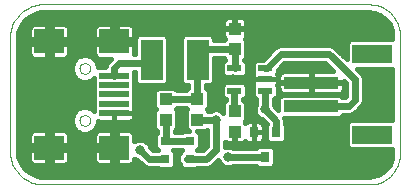
<source format=gtl>
G75*
G70*
%OFA0B0*%
%FSLAX24Y24*%
%IPPOS*%
%LPD*%
%AMOC8*
5,1,8,0,0,1.08239X$1,22.5*
%
%ADD10C,0.0000*%
%ADD11R,0.0472X0.0217*%
%ADD12R,0.0315X0.0354*%
%ADD13R,0.0394X0.0433*%
%ADD14R,0.1811X0.0394*%
%ADD15R,0.1339X0.0630*%
%ADD16R,0.0984X0.0197*%
%ADD17R,0.0984X0.0787*%
%ADD18R,0.0748X0.1339*%
%ADD19R,0.0300X0.0300*%
%ADD20C,0.0160*%
%ADD21C,0.0317*%
%ADD22C,0.0240*%
%ADD23C,0.0180*%
%ADD24C,0.0220*%
%ADD25C,0.0200*%
D10*
X001181Y000181D02*
X012181Y000181D01*
X012241Y000183D01*
X012302Y000188D01*
X012361Y000197D01*
X012420Y000210D01*
X012479Y000226D01*
X012536Y000246D01*
X012591Y000269D01*
X012646Y000296D01*
X012698Y000325D01*
X012749Y000358D01*
X012798Y000394D01*
X012844Y000432D01*
X012888Y000474D01*
X012930Y000518D01*
X012968Y000564D01*
X013004Y000613D01*
X013037Y000664D01*
X013066Y000716D01*
X013093Y000771D01*
X013116Y000826D01*
X013136Y000883D01*
X013152Y000942D01*
X013165Y001001D01*
X013174Y001060D01*
X013179Y001121D01*
X013181Y001181D01*
X013181Y005181D01*
X013179Y005241D01*
X013174Y005302D01*
X013165Y005361D01*
X013152Y005420D01*
X013136Y005479D01*
X013116Y005536D01*
X013093Y005591D01*
X013066Y005646D01*
X013037Y005698D01*
X013004Y005749D01*
X012968Y005798D01*
X012930Y005844D01*
X012888Y005888D01*
X012844Y005930D01*
X012798Y005968D01*
X012749Y006004D01*
X012698Y006037D01*
X012646Y006066D01*
X012591Y006093D01*
X012536Y006116D01*
X012479Y006136D01*
X012420Y006152D01*
X012361Y006165D01*
X012302Y006174D01*
X012241Y006179D01*
X012181Y006181D01*
X001181Y006181D01*
X000181Y005181D02*
X000181Y001181D01*
X000192Y001116D01*
X000207Y001052D01*
X000225Y000989D01*
X000247Y000926D01*
X000272Y000865D01*
X000301Y000806D01*
X000333Y000748D01*
X000368Y000692D01*
X000406Y000639D01*
X000447Y000587D01*
X000491Y000538D01*
X000538Y000491D01*
X000587Y000447D01*
X000639Y000406D01*
X000692Y000368D01*
X000748Y000333D01*
X000806Y000301D01*
X000865Y000272D01*
X000926Y000247D01*
X000989Y000225D01*
X001052Y000207D01*
X001116Y000192D01*
X001181Y000181D01*
X002504Y002315D02*
X002506Y002341D01*
X002512Y002367D01*
X002522Y002392D01*
X002535Y002415D01*
X002551Y002435D01*
X002571Y002453D01*
X002593Y002468D01*
X002616Y002480D01*
X002642Y002488D01*
X002668Y002492D01*
X002694Y002492D01*
X002720Y002488D01*
X002746Y002480D01*
X002770Y002468D01*
X002791Y002453D01*
X002811Y002435D01*
X002827Y002415D01*
X002840Y002392D01*
X002850Y002367D01*
X002856Y002341D01*
X002858Y002315D01*
X002856Y002289D01*
X002850Y002263D01*
X002840Y002238D01*
X002827Y002215D01*
X002811Y002195D01*
X002791Y002177D01*
X002769Y002162D01*
X002746Y002150D01*
X002720Y002142D01*
X002694Y002138D01*
X002668Y002138D01*
X002642Y002142D01*
X002616Y002150D01*
X002592Y002162D01*
X002571Y002177D01*
X002551Y002195D01*
X002535Y002215D01*
X002522Y002238D01*
X002512Y002263D01*
X002506Y002289D01*
X002504Y002315D01*
X002504Y004048D02*
X002506Y004074D01*
X002512Y004100D01*
X002522Y004125D01*
X002535Y004148D01*
X002551Y004168D01*
X002571Y004186D01*
X002593Y004201D01*
X002616Y004213D01*
X002642Y004221D01*
X002668Y004225D01*
X002694Y004225D01*
X002720Y004221D01*
X002746Y004213D01*
X002770Y004201D01*
X002791Y004186D01*
X002811Y004168D01*
X002827Y004148D01*
X002840Y004125D01*
X002850Y004100D01*
X002856Y004074D01*
X002858Y004048D01*
X002856Y004022D01*
X002850Y003996D01*
X002840Y003971D01*
X002827Y003948D01*
X002811Y003928D01*
X002791Y003910D01*
X002769Y003895D01*
X002746Y003883D01*
X002720Y003875D01*
X002694Y003871D01*
X002668Y003871D01*
X002642Y003875D01*
X002616Y003883D01*
X002592Y003895D01*
X002571Y003910D01*
X002551Y003928D01*
X002535Y003948D01*
X002522Y003971D01*
X002512Y003996D01*
X002506Y004022D01*
X002504Y004048D01*
X001181Y006182D02*
X001116Y006171D01*
X001052Y006156D01*
X000989Y006138D01*
X000926Y006116D01*
X000865Y006091D01*
X000806Y006062D01*
X000748Y006030D01*
X000692Y005995D01*
X000639Y005957D01*
X000587Y005916D01*
X000538Y005872D01*
X000491Y005825D01*
X000447Y005776D01*
X000406Y005724D01*
X000368Y005671D01*
X000333Y005615D01*
X000301Y005557D01*
X000272Y005498D01*
X000247Y005437D01*
X000225Y005374D01*
X000207Y005311D01*
X000192Y005247D01*
X000181Y005182D01*
D11*
X007670Y004055D03*
X008693Y004055D03*
X008693Y003681D03*
X008693Y003307D03*
X007670Y003307D03*
D12*
X008307Y001925D03*
X009055Y001925D03*
X008681Y001098D03*
D13*
X007681Y001947D03*
X006431Y002347D03*
X005381Y002347D03*
X005381Y003016D03*
X006431Y003016D03*
X007681Y002616D03*
X007681Y004697D03*
X007681Y005366D03*
D14*
X010225Y003575D03*
X010225Y002788D03*
D15*
X012272Y001843D03*
X012272Y004520D03*
D16*
X003666Y003811D03*
X003666Y003496D03*
X003666Y003181D03*
X003666Y002866D03*
X003666Y002551D03*
D17*
X003666Y001410D03*
X001500Y001410D03*
X001500Y004953D03*
X003666Y004953D03*
D18*
X004914Y004331D03*
X006449Y004331D03*
D19*
X006181Y001638D03*
X005369Y001638D03*
X005369Y001038D03*
X006181Y001038D03*
D20*
X001018Y000499D02*
X012445Y000499D01*
X012517Y000522D02*
X012297Y000450D01*
X012181Y000441D01*
X012154Y000441D01*
X012130Y000441D01*
X001206Y000441D01*
X001103Y000463D01*
X000885Y000555D01*
X000699Y000699D01*
X000555Y000885D01*
X000463Y001103D01*
X000441Y001206D01*
X000441Y005157D01*
X000463Y005260D01*
X000555Y005477D01*
X000699Y005664D01*
X000885Y005808D01*
X001103Y005900D01*
X001206Y005921D01*
X012181Y005921D01*
X012297Y005912D01*
X012517Y005841D01*
X012705Y005705D01*
X012841Y005517D01*
X012912Y005297D01*
X012921Y005181D01*
X012921Y005142D01*
X012921Y005130D01*
X012921Y005015D01*
X011528Y005015D01*
X011423Y004909D01*
X011423Y004348D01*
X011016Y004740D01*
X010976Y004779D01*
X010974Y004781D01*
X010972Y004783D01*
X010918Y004803D01*
X010866Y004825D01*
X010863Y004825D01*
X010861Y004826D01*
X010804Y004825D01*
X009153Y004825D01*
X009043Y004779D01*
X009042Y004779D02*
X008058Y004779D01*
X008058Y004938D02*
X011451Y004938D01*
X011423Y004779D02*
X010977Y004779D01*
X011140Y004621D02*
X011423Y004621D01*
X011423Y004462D02*
X011304Y004462D01*
X010969Y003952D02*
X010685Y004225D01*
X009337Y004225D01*
X009109Y003998D01*
X009109Y003873D01*
X009097Y003860D01*
X009097Y003859D01*
X009109Y003813D01*
X009109Y003682D01*
X008694Y003682D01*
X008694Y003681D01*
X009109Y003681D01*
X009109Y003549D01*
X009097Y003504D01*
X009097Y003503D01*
X009109Y003490D01*
X009109Y003125D01*
X009004Y003019D01*
X008981Y003019D01*
X008981Y002842D01*
X009007Y002780D01*
X009139Y002648D01*
X009139Y003059D01*
X009245Y003165D01*
X011205Y003165D01*
X011263Y003106D01*
X011370Y003106D01*
X011381Y003118D01*
X011381Y003554D01*
X011310Y003623D01*
X011310Y003594D01*
X010243Y003594D01*
X010206Y003594D01*
X010206Y003952D01*
X009295Y003952D01*
X009250Y003940D01*
X009209Y003916D01*
X009175Y003882D01*
X009151Y003841D01*
X009139Y003796D01*
X009139Y003594D01*
X010206Y003594D01*
X010206Y003557D01*
X009139Y003557D01*
X009139Y003355D01*
X009151Y003309D01*
X009175Y003268D01*
X009209Y003234D01*
X009250Y003211D01*
X009295Y003198D01*
X010206Y003198D01*
X010206Y003556D01*
X010243Y003556D01*
X010243Y003198D01*
X011154Y003198D01*
X011200Y003211D01*
X011241Y003234D01*
X011274Y003268D01*
X011298Y003309D01*
X011310Y003355D01*
X011310Y003557D01*
X010243Y003557D01*
X010243Y003594D01*
X010243Y003952D01*
X010969Y003952D01*
X010933Y003986D02*
X009109Y003986D01*
X009106Y003828D02*
X009148Y003828D01*
X009139Y003669D02*
X009109Y003669D01*
X009099Y003511D02*
X009139Y003511D01*
X009140Y003352D02*
X009109Y003352D01*
X009109Y003194D02*
X011381Y003194D01*
X011381Y003352D02*
X011310Y003352D01*
X011310Y003511D02*
X011381Y003511D01*
X011981Y003511D02*
X012921Y003511D01*
X012921Y003669D02*
X011982Y003669D01*
X011981Y003684D02*
X011981Y003741D01*
X011980Y003744D01*
X011980Y003747D01*
X011958Y003798D01*
X011936Y003851D01*
X011934Y003853D01*
X011933Y003856D01*
X011892Y003895D01*
X011851Y003936D01*
X011849Y003937D01*
X011757Y004025D01*
X012921Y004025D01*
X012921Y002338D01*
X011528Y002338D01*
X011423Y002232D01*
X011423Y001453D01*
X011528Y001348D01*
X012921Y001348D01*
X012921Y001181D01*
X012912Y001066D01*
X012841Y000845D01*
X012705Y000658D01*
X012517Y000522D01*
X012703Y000657D02*
X000752Y000657D01*
X000608Y000816D02*
X004623Y000816D01*
X004655Y000783D02*
X004765Y000738D01*
X004885Y000738D01*
X005114Y000738D01*
X005144Y000708D01*
X005593Y000708D01*
X005699Y000813D01*
X005699Y001262D01*
X005623Y001338D01*
X005927Y001338D01*
X005851Y001262D01*
X005851Y001223D01*
X005835Y001206D01*
X005789Y001096D01*
X005789Y000976D01*
X005835Y000866D01*
X005851Y000850D01*
X005851Y000813D01*
X005957Y000708D01*
X006406Y000708D01*
X006434Y000736D01*
X006676Y000736D01*
X006796Y000736D01*
X006906Y000782D01*
X007134Y001010D01*
X007177Y000906D01*
X007273Y000811D01*
X007397Y000760D01*
X007532Y000760D01*
X007625Y000798D01*
X008392Y000798D01*
X008449Y000741D01*
X008913Y000741D01*
X009019Y000847D01*
X009019Y001350D01*
X008913Y001455D01*
X008449Y001455D01*
X008392Y001398D01*
X007625Y001398D01*
X007532Y001437D01*
X007397Y001437D01*
X007347Y001416D01*
X007347Y001614D01*
X007374Y001586D01*
X007415Y001563D01*
X007461Y001550D01*
X007663Y001550D01*
X007663Y001928D01*
X007700Y001928D01*
X007700Y001550D01*
X007902Y001550D01*
X007948Y001563D01*
X007989Y001586D01*
X008022Y001620D01*
X008023Y001621D01*
X008039Y001604D01*
X008080Y001580D01*
X008126Y001568D01*
X008307Y001568D01*
X008307Y001925D01*
X008308Y001925D01*
X008308Y001925D01*
X008645Y001925D01*
X008645Y001724D01*
X008633Y001678D01*
X008609Y001637D01*
X008575Y001604D01*
X008534Y001580D01*
X008489Y001568D01*
X008308Y001568D01*
X008308Y001925D01*
X008645Y001925D01*
X008645Y002126D01*
X008633Y002172D01*
X008609Y002213D01*
X008575Y002246D01*
X008534Y002270D01*
X008489Y002282D01*
X008308Y002282D01*
X008308Y001926D01*
X008307Y001926D01*
X008307Y002282D01*
X008126Y002282D01*
X008080Y002270D01*
X008039Y002246D01*
X008039Y002245D01*
X008022Y002274D01*
X008015Y002281D01*
X008058Y002325D01*
X008058Y002907D01*
X007960Y003006D01*
X007960Y003019D01*
X007980Y003019D01*
X008086Y003125D01*
X008086Y003490D01*
X007980Y003596D01*
X007731Y003596D01*
X007727Y003597D01*
X007612Y003597D01*
X007608Y003596D01*
X007359Y003596D01*
X007253Y003490D01*
X007253Y003125D01*
X007359Y003019D01*
X007380Y003019D01*
X007380Y002982D01*
X007305Y002907D01*
X007305Y002568D01*
X007239Y002634D01*
X007114Y002685D01*
X006979Y002685D01*
X006886Y002647D01*
X006799Y002647D01*
X006765Y002681D01*
X006808Y002725D01*
X006808Y003307D01*
X006731Y003384D01*
X006731Y003482D01*
X006898Y003482D01*
X007003Y003588D01*
X007003Y004397D01*
X007313Y004397D01*
X007367Y004344D01*
X007359Y004344D01*
X007253Y004238D01*
X007253Y003873D01*
X007359Y003767D01*
X007980Y003767D01*
X008086Y003873D01*
X008086Y004238D01*
X007988Y004336D01*
X008058Y004406D01*
X008058Y004988D01*
X008015Y005031D01*
X008022Y005039D01*
X008046Y005080D01*
X008058Y005126D01*
X008058Y005348D01*
X007700Y005348D01*
X007700Y005384D01*
X008058Y005384D01*
X008058Y005606D01*
X008046Y005652D01*
X008022Y005693D01*
X007989Y005727D01*
X007948Y005750D01*
X007902Y005763D01*
X007700Y005763D01*
X007700Y005385D01*
X007663Y005385D01*
X007663Y005763D01*
X007461Y005763D01*
X007415Y005750D01*
X007374Y005727D01*
X007341Y005693D01*
X007317Y005652D01*
X007305Y005606D01*
X007305Y005384D01*
X007663Y005384D01*
X007663Y005348D01*
X007305Y005348D01*
X007305Y005126D01*
X007317Y005080D01*
X007341Y005039D01*
X007348Y005031D01*
X007313Y004997D01*
X007003Y004997D01*
X007003Y005075D01*
X006898Y005181D01*
X006001Y005181D01*
X005895Y005075D01*
X005895Y003588D01*
X006001Y003482D01*
X006131Y003482D01*
X006131Y003384D01*
X006064Y003316D01*
X005749Y003316D01*
X005653Y003413D01*
X005110Y003413D01*
X005005Y003307D01*
X005005Y002725D01*
X005048Y002681D01*
X005005Y002638D01*
X005005Y002056D01*
X005081Y001979D01*
X005081Y001905D01*
X005039Y001862D01*
X005039Y001413D01*
X005114Y001338D01*
X004949Y001338D01*
X004857Y001430D01*
X004819Y001523D01*
X004723Y001619D01*
X004599Y001670D01*
X004464Y001670D01*
X004340Y001619D01*
X004338Y001617D01*
X004338Y001827D01*
X004325Y001873D01*
X004302Y001914D01*
X004268Y001947D01*
X004227Y001971D01*
X004181Y001983D01*
X003746Y001983D01*
X003746Y001490D01*
X003586Y001490D01*
X003586Y001983D01*
X003150Y001983D01*
X003104Y001971D01*
X003063Y001947D01*
X003029Y001914D01*
X003006Y001873D01*
X002994Y001827D01*
X002994Y001490D01*
X003586Y001490D01*
X003586Y001330D01*
X003746Y001330D01*
X003746Y000836D01*
X004181Y000836D01*
X004227Y000848D01*
X004268Y000872D01*
X004302Y000906D01*
X004325Y000947D01*
X004338Y000992D01*
X004338Y001046D01*
X004340Y001044D01*
X004433Y001006D01*
X004655Y000783D01*
X004464Y000974D02*
X004333Y000974D01*
X003746Y000974D02*
X003586Y000974D01*
X003586Y000836D02*
X003586Y001330D01*
X002994Y001330D01*
X002994Y000992D01*
X003006Y000947D01*
X003029Y000906D01*
X003063Y000872D01*
X003104Y000848D01*
X003150Y000836D01*
X003586Y000836D01*
X003586Y001133D02*
X003746Y001133D01*
X003746Y001291D02*
X003586Y001291D01*
X003586Y001450D02*
X001580Y001450D01*
X001580Y001490D02*
X002172Y001490D01*
X002172Y001827D01*
X002160Y001873D01*
X002136Y001914D01*
X002103Y001947D01*
X002062Y001971D01*
X002016Y001983D01*
X001580Y001983D01*
X001580Y001490D01*
X001420Y001490D01*
X001420Y001330D01*
X000828Y001330D01*
X000828Y000992D01*
X000840Y000947D01*
X000864Y000906D01*
X000898Y000872D01*
X000939Y000848D01*
X000984Y000836D01*
X001420Y000836D01*
X001420Y001330D01*
X001580Y001330D01*
X001580Y000836D01*
X002016Y000836D01*
X002062Y000848D01*
X002103Y000872D01*
X002136Y000906D01*
X002160Y000947D01*
X002172Y000992D01*
X002172Y001330D01*
X001580Y001330D01*
X001580Y001490D01*
X001420Y001490D02*
X001420Y001983D01*
X000984Y001983D01*
X000939Y001971D01*
X000898Y001947D01*
X000864Y001914D01*
X000840Y001873D01*
X000828Y001827D01*
X000828Y001490D01*
X001420Y001490D01*
X001420Y001450D02*
X000441Y001450D01*
X000441Y001291D02*
X000828Y001291D01*
X000828Y001133D02*
X000457Y001133D01*
X000517Y000974D02*
X000833Y000974D01*
X001420Y000974D02*
X001580Y000974D01*
X001580Y001133D02*
X001420Y001133D01*
X001420Y001291D02*
X001580Y001291D01*
X001580Y001608D02*
X001420Y001608D01*
X001420Y001767D02*
X001580Y001767D01*
X001580Y001925D02*
X001420Y001925D01*
X000876Y001925D02*
X000441Y001925D01*
X000441Y002084D02*
X002304Y002084D01*
X002311Y002068D02*
X002434Y001945D01*
X002594Y001878D01*
X002768Y001878D01*
X002929Y001945D01*
X003052Y002068D01*
X003119Y002228D01*
X003119Y002281D01*
X003150Y002273D01*
X003665Y002273D01*
X003665Y002551D01*
X003666Y002551D01*
X003666Y002273D01*
X004181Y002273D01*
X004227Y002285D01*
X004268Y002309D01*
X004302Y002343D01*
X004325Y002384D01*
X004338Y002429D01*
X004338Y002551D01*
X003666Y002551D01*
X003666Y002552D01*
X004338Y002552D01*
X004338Y002674D01*
X004334Y002689D01*
X004338Y002693D01*
X004338Y003008D01*
X004338Y003323D01*
X004338Y003669D01*
X004360Y003669D01*
X004338Y003669D02*
X004338Y003931D01*
X004360Y003931D01*
X004360Y003588D01*
X004465Y003482D01*
X005362Y003482D01*
X005468Y003588D01*
X005468Y005075D01*
X005362Y005181D01*
X004465Y005181D01*
X004360Y005075D01*
X004360Y004531D01*
X004337Y004531D01*
X004338Y004536D01*
X004338Y004873D01*
X003746Y004873D01*
X003746Y005033D01*
X004338Y005033D01*
X004338Y005370D01*
X004325Y005416D01*
X004302Y005457D01*
X004268Y005491D01*
X004227Y005514D01*
X004181Y005527D01*
X003746Y005527D01*
X003746Y005033D01*
X003586Y005033D01*
X003586Y005527D01*
X003150Y005527D01*
X003104Y005514D01*
X003063Y005491D01*
X003029Y005457D01*
X003006Y005416D01*
X002994Y005370D01*
X002994Y005033D01*
X003586Y005033D01*
X003586Y004873D01*
X002994Y004873D01*
X002994Y004536D01*
X003006Y004490D01*
X003029Y004449D01*
X003063Y004415D01*
X003104Y004392D01*
X003150Y004379D01*
X003555Y004379D01*
X003411Y004236D01*
X003366Y004125D01*
X003366Y004090D01*
X003119Y004090D01*
X003119Y004135D01*
X003052Y004295D01*
X002929Y004418D01*
X002768Y004485D01*
X002594Y004485D01*
X002434Y004418D01*
X002311Y004295D01*
X002244Y004135D01*
X002244Y003961D01*
X002311Y003800D01*
X002434Y003677D01*
X002594Y003610D01*
X002768Y003610D01*
X002929Y003677D01*
X002994Y003741D01*
X002994Y003669D01*
X002994Y003323D01*
X002994Y003008D01*
X002994Y002693D01*
X002998Y002689D01*
X002994Y002674D01*
X002994Y002621D01*
X002929Y002686D01*
X002768Y002752D01*
X002594Y002752D01*
X002434Y002686D01*
X002311Y002563D01*
X002244Y002402D01*
X002244Y002228D01*
X002311Y002068D01*
X002480Y001925D02*
X002125Y001925D01*
X002172Y001767D02*
X002994Y001767D01*
X002994Y001608D02*
X002172Y001608D01*
X002172Y001291D02*
X002994Y001291D01*
X002994Y001133D02*
X002172Y001133D01*
X002167Y000974D02*
X002998Y000974D01*
X003586Y001608D02*
X003746Y001608D01*
X003746Y001767D02*
X003586Y001767D01*
X003586Y001925D02*
X003746Y001925D01*
X004290Y001925D02*
X005081Y001925D01*
X005005Y002084D02*
X003059Y002084D01*
X003041Y001925D02*
X002883Y001925D01*
X003119Y002242D02*
X005005Y002242D01*
X005005Y002401D02*
X004330Y002401D01*
X004338Y002560D02*
X005005Y002560D01*
X005011Y002718D02*
X004338Y002718D01*
X004338Y002877D02*
X005005Y002877D01*
X005005Y003035D02*
X004338Y003035D01*
X004338Y003194D02*
X005005Y003194D01*
X005050Y003352D02*
X004338Y003352D01*
X004338Y003511D02*
X004436Y003511D01*
X004360Y003828D02*
X004338Y003828D01*
X003479Y004304D02*
X003044Y004304D01*
X003114Y004145D02*
X003374Y004145D01*
X003022Y004462D02*
X002823Y004462D01*
X002994Y004621D02*
X002172Y004621D01*
X002172Y004536D02*
X002172Y004873D01*
X001580Y004873D01*
X001580Y004379D01*
X002016Y004379D01*
X002062Y004392D01*
X002103Y004415D01*
X002136Y004449D01*
X002160Y004490D01*
X002172Y004536D01*
X002144Y004462D02*
X002540Y004462D01*
X002319Y004304D02*
X000441Y004304D01*
X000441Y004145D02*
X002249Y004145D01*
X002244Y003986D02*
X000441Y003986D01*
X000441Y003828D02*
X002299Y003828D01*
X002452Y003669D02*
X000441Y003669D01*
X000441Y003511D02*
X002994Y003511D01*
X002994Y003669D02*
X002911Y003669D01*
X002994Y003352D02*
X000441Y003352D01*
X000441Y003194D02*
X002994Y003194D01*
X002994Y003035D02*
X000441Y003035D01*
X000441Y002877D02*
X002994Y002877D01*
X002994Y002718D02*
X002851Y002718D01*
X002512Y002718D02*
X000441Y002718D01*
X000441Y002560D02*
X002309Y002560D01*
X002244Y002401D02*
X000441Y002401D01*
X000441Y002242D02*
X002244Y002242D01*
X000828Y001767D02*
X000441Y001767D01*
X000441Y001608D02*
X000828Y001608D01*
X003665Y002401D02*
X003666Y002401D01*
X004338Y001767D02*
X005039Y001767D01*
X005039Y001608D02*
X004734Y001608D01*
X004849Y001450D02*
X005039Y001450D01*
X005369Y001638D02*
X005381Y001650D01*
X005623Y001338D02*
X005623Y001338D01*
X005670Y001291D02*
X005880Y001291D01*
X005804Y001133D02*
X005699Y001133D01*
X005699Y000974D02*
X005790Y000974D01*
X006089Y001036D02*
X006181Y001038D01*
X006437Y001336D02*
X006436Y001338D01*
X006511Y001413D01*
X006511Y001862D01*
X006423Y001950D01*
X006703Y001950D01*
X006747Y001994D01*
X006747Y001471D01*
X006612Y001336D01*
X006437Y001336D01*
X006511Y001450D02*
X006726Y001450D01*
X006747Y001608D02*
X006511Y001608D01*
X006511Y001767D02*
X006747Y001767D01*
X006747Y001925D02*
X006448Y001925D01*
X006143Y001968D02*
X005957Y001968D01*
X005927Y001938D01*
X005681Y001938D01*
X005681Y001979D01*
X005758Y002056D01*
X005758Y002638D01*
X005715Y002681D01*
X005749Y002716D01*
X006064Y002716D01*
X006098Y002681D01*
X006055Y002638D01*
X006055Y002056D01*
X006143Y001968D01*
X006055Y002084D02*
X005758Y002084D01*
X005758Y002242D02*
X006055Y002242D01*
X006055Y002401D02*
X005758Y002401D01*
X005758Y002560D02*
X006055Y002560D01*
X006801Y002718D02*
X007305Y002718D01*
X007305Y002877D02*
X006808Y002877D01*
X006808Y003035D02*
X007343Y003035D01*
X007253Y003194D02*
X006808Y003194D01*
X006763Y003352D02*
X007253Y003352D01*
X007274Y003511D02*
X006926Y003511D01*
X007003Y003669D02*
X008277Y003669D01*
X008277Y003681D02*
X008277Y003549D01*
X008289Y003504D01*
X008290Y003503D01*
X008277Y003490D01*
X008277Y003125D01*
X008381Y003020D01*
X008381Y002842D01*
X008343Y002749D01*
X008343Y002614D01*
X008394Y002490D01*
X008490Y002394D01*
X008583Y002356D01*
X008740Y002199D01*
X008718Y002177D01*
X008718Y001673D01*
X008823Y001568D01*
X009287Y001568D01*
X009393Y001673D01*
X009393Y002177D01*
X009355Y002214D01*
X009355Y002248D01*
X009355Y002367D01*
X009337Y002411D01*
X011205Y002411D01*
X011300Y002506D01*
X011554Y002506D01*
X011664Y002552D01*
X011748Y002636D01*
X011936Y002824D01*
X011981Y002934D01*
X011981Y003054D01*
X011981Y003625D01*
X011982Y003627D01*
X011981Y003684D01*
X011945Y003828D02*
X012921Y003828D01*
X012921Y003986D02*
X011797Y003986D01*
X010768Y004145D02*
X009257Y004145D01*
X008725Y004462D02*
X008058Y004462D01*
X008058Y004621D02*
X008884Y004621D01*
X009034Y004771D02*
X008608Y004345D01*
X008605Y004344D01*
X008382Y004344D01*
X008277Y004238D01*
X008277Y003873D01*
X008290Y003860D01*
X008289Y003859D01*
X008277Y003813D01*
X008277Y003682D01*
X008693Y003682D01*
X008693Y003681D01*
X008277Y003681D01*
X008287Y003511D02*
X008065Y003511D01*
X008086Y003352D02*
X008277Y003352D01*
X008277Y003194D02*
X008086Y003194D01*
X007996Y003035D02*
X008366Y003035D01*
X008381Y002877D02*
X008058Y002877D01*
X008058Y002718D02*
X008343Y002718D01*
X008365Y002560D02*
X008058Y002560D01*
X008058Y002401D02*
X008483Y002401D01*
X008579Y002242D02*
X008696Y002242D01*
X008718Y002084D02*
X008645Y002084D01*
X008645Y001925D02*
X008718Y001925D01*
X008718Y001767D02*
X008645Y001767D01*
X008580Y001608D02*
X008783Y001608D01*
X008919Y001450D02*
X011426Y001450D01*
X011423Y001608D02*
X009328Y001608D01*
X009393Y001767D02*
X011423Y001767D01*
X011423Y001925D02*
X009393Y001925D01*
X009393Y002084D02*
X011423Y002084D01*
X011433Y002242D02*
X009355Y002242D01*
X009341Y002401D02*
X012921Y002401D01*
X012921Y002560D02*
X011671Y002560D01*
X011830Y002718D02*
X012921Y002718D01*
X012921Y002877D02*
X011958Y002877D01*
X011981Y003035D02*
X012921Y003035D01*
X012921Y003194D02*
X011981Y003194D01*
X011981Y003352D02*
X012921Y003352D01*
X010243Y003352D02*
X010206Y003352D01*
X010206Y003511D02*
X010243Y003511D01*
X010243Y003669D02*
X010206Y003669D01*
X010206Y003828D02*
X010243Y003828D01*
X009139Y003035D02*
X009020Y003035D01*
X008981Y002877D02*
X009139Y002877D01*
X009139Y002718D02*
X009069Y002718D01*
X008308Y002242D02*
X008307Y002242D01*
X008307Y002084D02*
X008308Y002084D01*
X008307Y001767D02*
X008308Y001767D01*
X008307Y001608D02*
X008308Y001608D01*
X008035Y001608D02*
X008011Y001608D01*
X007700Y001608D02*
X007663Y001608D01*
X007663Y001767D02*
X007700Y001767D01*
X007352Y001608D02*
X007347Y001608D01*
X007347Y001450D02*
X008444Y001450D01*
X009019Y001291D02*
X012921Y001291D01*
X012918Y001133D02*
X009019Y001133D01*
X009019Y000974D02*
X012883Y000974D01*
X012819Y000816D02*
X008988Y000816D01*
X007268Y000816D02*
X006940Y000816D01*
X007098Y000974D02*
X007149Y000974D01*
X006181Y001638D02*
X006088Y001638D01*
X007663Y001925D02*
X007700Y001925D01*
X005851Y000816D02*
X005699Y000816D01*
X005713Y003352D02*
X006100Y003352D01*
X005972Y003511D02*
X005391Y003511D01*
X005468Y003669D02*
X005895Y003669D01*
X005895Y003828D02*
X005468Y003828D01*
X005468Y003986D02*
X005895Y003986D01*
X005895Y004145D02*
X005468Y004145D01*
X005468Y004304D02*
X005895Y004304D01*
X005895Y004462D02*
X005468Y004462D01*
X005468Y004621D02*
X005895Y004621D01*
X005895Y004779D02*
X005468Y004779D01*
X005468Y004938D02*
X005895Y004938D01*
X005916Y005096D02*
X005447Y005096D01*
X004381Y005096D02*
X004338Y005096D01*
X004338Y005255D02*
X007305Y005255D01*
X007312Y005096D02*
X006982Y005096D01*
X007305Y005413D02*
X004326Y005413D01*
X003746Y005413D02*
X003586Y005413D01*
X003586Y005255D02*
X003746Y005255D01*
X003746Y005096D02*
X003586Y005096D01*
X003586Y004938D02*
X001580Y004938D01*
X001580Y004873D02*
X001580Y005033D01*
X001420Y005033D01*
X001420Y004873D01*
X000828Y004873D01*
X000828Y004536D01*
X000840Y004490D01*
X000864Y004449D01*
X000898Y004415D01*
X000939Y004392D01*
X000984Y004379D01*
X001420Y004379D01*
X001420Y004873D01*
X001580Y004873D01*
X001580Y004779D02*
X001420Y004779D01*
X001420Y004938D02*
X000441Y004938D01*
X000441Y004779D02*
X000828Y004779D01*
X000828Y004621D02*
X000441Y004621D01*
X000441Y004462D02*
X000856Y004462D01*
X001420Y004462D02*
X001580Y004462D01*
X001580Y004621D02*
X001420Y004621D01*
X002172Y004779D02*
X002994Y004779D01*
X002994Y005096D02*
X002172Y005096D01*
X002172Y005033D02*
X002172Y005370D01*
X002160Y005416D01*
X002136Y005457D01*
X002103Y005491D01*
X002062Y005514D01*
X002016Y005527D01*
X001580Y005527D01*
X001580Y005033D01*
X002172Y005033D01*
X002172Y005255D02*
X002994Y005255D01*
X003005Y005413D02*
X002161Y005413D01*
X001580Y005413D02*
X001420Y005413D01*
X001420Y005527D02*
X000984Y005527D01*
X000939Y005514D01*
X000898Y005491D01*
X000864Y005457D01*
X000840Y005416D01*
X000828Y005370D01*
X000828Y005033D01*
X001420Y005033D01*
X001420Y005527D01*
X001420Y005255D02*
X001580Y005255D01*
X001580Y005096D02*
X001420Y005096D01*
X000828Y005096D02*
X000441Y005096D01*
X000462Y005255D02*
X000828Y005255D01*
X000840Y005413D02*
X000528Y005413D01*
X000627Y005572D02*
X007305Y005572D01*
X007381Y005730D02*
X000784Y005730D01*
X001077Y005889D02*
X012369Y005889D01*
X012669Y005730D02*
X007982Y005730D01*
X007700Y005730D02*
X007663Y005730D01*
X007663Y005572D02*
X007700Y005572D01*
X007700Y005413D02*
X007663Y005413D01*
X008058Y005413D02*
X012875Y005413D01*
X012801Y005572D02*
X008058Y005572D01*
X008058Y005255D02*
X012916Y005255D01*
X012921Y005096D02*
X008050Y005096D01*
X009034Y004771D02*
X009043Y004779D01*
X008342Y004304D02*
X008020Y004304D01*
X008086Y004145D02*
X008277Y004145D01*
X008277Y003986D02*
X008086Y003986D01*
X008041Y003828D02*
X008281Y003828D01*
X007298Y003828D02*
X007003Y003828D01*
X007003Y003986D02*
X007253Y003986D01*
X007253Y004145D02*
X007003Y004145D01*
X007003Y004304D02*
X007319Y004304D01*
X004360Y004621D02*
X004338Y004621D01*
X004338Y004779D02*
X004360Y004779D01*
X004360Y004938D02*
X003746Y004938D01*
D21*
X007119Y004181D03*
X007181Y003681D03*
X007631Y003681D03*
X008181Y003681D03*
X009306Y004056D03*
X008550Y004481D03*
X008181Y004481D03*
X008181Y002831D03*
X008681Y002681D03*
X007047Y002347D03*
X007464Y001098D03*
X004531Y001331D03*
D22*
X004825Y001038D01*
X005369Y001038D01*
X006089Y001036D02*
X006736Y001036D01*
X007047Y001347D01*
X007047Y002347D01*
X006431Y002347D01*
X005381Y002347D02*
X005381Y001650D01*
X005369Y001638D02*
X006088Y001638D01*
X007464Y001098D02*
X008681Y001098D01*
X009055Y001925D02*
X009055Y002307D01*
X008681Y002681D01*
X008681Y003296D01*
X008693Y004055D02*
X008743Y004055D01*
X009213Y004525D01*
X010806Y004525D01*
X011681Y003681D01*
X011681Y002994D01*
X011494Y002806D01*
X010243Y002806D01*
X010225Y002788D01*
X007681Y004067D02*
X007681Y004697D01*
X006197Y004697D01*
X006431Y004081D02*
X006431Y003016D01*
X005381Y003016D01*
X003831Y004231D02*
X003666Y004066D01*
X003831Y004231D02*
X004864Y004231D01*
D23*
X004914Y004331D01*
X004881Y004299D01*
X004881Y004081D01*
X004831Y004281D01*
X004894Y004311D02*
X004914Y004331D01*
X006181Y004681D02*
X006331Y004681D01*
X006681Y004331D01*
X006431Y004081D01*
X006181Y004681D02*
X006197Y004697D01*
X007670Y004055D02*
X007681Y004067D01*
X008681Y003296D02*
X008693Y003307D01*
X007681Y002616D02*
X007670Y002628D01*
D24*
X007670Y003307D01*
X003666Y003811D02*
X003666Y004066D01*
D25*
X006449Y004331D02*
X006681Y004331D01*
M02*

</source>
